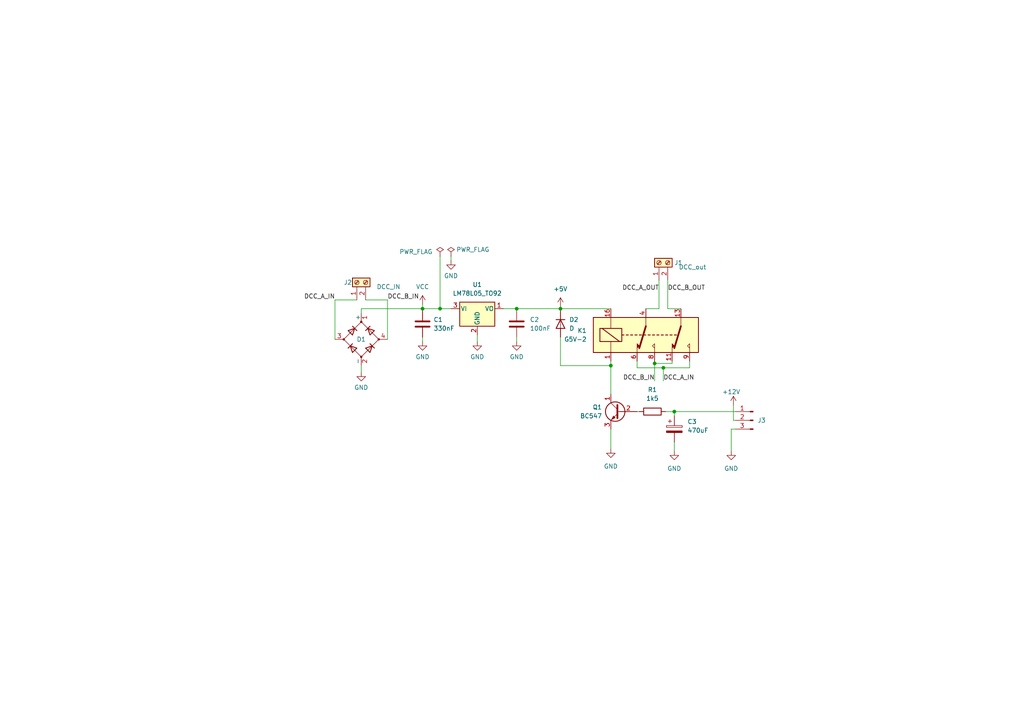
<source format=kicad_sch>
(kicad_sch (version 20211123) (generator eeschema)
  (paper "A4")
  (lib_symbols
    (symbol "Connector:Conn_01x03_Male" (pin_names (offset 1.016) hide)
      (property "Reference" "J" (at 0 5.08 0))
      (property "Value" "Conn_01x03_Male" (at 0 -5.08 0))
      (symbol "Conn_01x03_Male_1_1"
        (polyline (pts (xy 1.27 -2.54) (xy 0.8636 -2.54)) (stroke (width 0.1524)))
        (polyline (pts (xy 1.27 0) (xy 0.8636 0)) (stroke (width 0.1524)))
        (polyline (pts (xy 1.27 2.54) (xy 0.8636 2.54)) (stroke (width 0.1524)))
        (rectangle (start 0.8636 -2.413) (end 0 -2.667) (stroke (width 0.1524)) (fill (type outline)))
        (rectangle (start 0.8636 0.127) (end 0 -0.127) (stroke (width 0.1524)) (fill (type outline)))
        (rectangle (start 0.8636 2.667) (end 0 2.413) (stroke (width 0.1524)) (fill (type outline)))
        (pin passive line (at 5.08 2.54 180) (length 3.81) (name "Pin_1") (number "1"))
        (pin passive line (at 5.08 0 180) (length 3.81) (name "Pin_2") (number "2"))
        (pin passive line (at 5.08 -2.54 180) (length 3.81) (name "Pin_3") (number "3"))
      )
    )
    (symbol "Connector:Screw_Terminal_01x02" (pin_names (offset 1.016) hide)
      (property "Reference" "J" (at 0 2.54 0))
      (property "Value" "Screw_Terminal_01x02" (at 0 -5.08 0))
      (symbol "Screw_Terminal_01x02_1_1"
        (rectangle (start -1.27 1.27) (end 1.27 -3.81) (stroke (width 0.254)) (fill (type background)))
        (circle (center 0 -2.54) (radius 0.635) (stroke (width 0.1524)))
        (polyline (pts (xy -0.5334 -2.2098) (xy 0.3302 -3.048)) (stroke (width 0.1524)))
        (polyline (pts (xy -0.5334 0.3302) (xy 0.3302 -0.508)) (stroke (width 0.1524)))
        (polyline (pts (xy -0.3556 -2.032) (xy 0.508 -2.8702)) (stroke (width 0.1524)))
        (polyline (pts (xy -0.3556 0.508) (xy 0.508 -0.3302)) (stroke (width 0.1524)))
        (circle (center 0 0) (radius 0.635) (stroke (width 0.1524)))
        (pin passive line (at -5.08 0 0) (length 3.81) (name "Pin_1") (number "1"))
        (pin passive line (at -5.08 -2.54 0) (length 3.81) (name "Pin_2") (number "2"))
      )
    )
    (symbol "Device:C" (pin_numbers hide) (pin_names (offset 0.254))
      (property "Reference" "C" (at 0.635 2.54 0))
      (property "Value" "C" (at 0.635 -2.54 0))
      (symbol "C_0_1"
        (polyline (pts (xy -2.032 -0.762) (xy 2.032 -0.762)) (stroke (width 0.508)))
        (polyline (pts (xy -2.032 0.762) (xy 2.032 0.762)) (stroke (width 0.508)))
      )
      (symbol "C_1_1"
        (pin passive line (at 0 3.81 270) (length 2.794) (name "~") (number "1"))
        (pin passive line (at 0 -3.81 90) (length 2.794) (name "~") (number "2"))
      )
    )
    (symbol "Device:C_Polarized" (pin_numbers hide) (pin_names (offset 0.254))
      (property "Reference" "C" (at 0.635 2.54 0))
      (property "Value" "C_Polarized" (at 0.635 -2.54 0))
      (symbol "C_Polarized_0_1"
        (rectangle (start -2.286 0.508) (end 2.286 1.016))
        (polyline (pts (xy -1.778 2.286) (xy -0.762 2.286)))
        (polyline (pts (xy -1.27 2.794) (xy -1.27 1.778)))
        (rectangle (start 2.286 -0.508) (end -2.286 -1.016) (fill (type outline)))
      )
      (symbol "C_Polarized_1_1"
        (pin passive line (at 0 3.81 270) (length 2.794) (name "~") (number "1"))
        (pin passive line (at 0 -3.81 90) (length 2.794) (name "~") (number "2"))
      )
    )
    (symbol "Device:D" (pin_numbers hide) (pin_names (offset 1.016) hide)
      (property "Reference" "D" (at 0 2.54 0))
      (property "Value" "D" (at 0 -2.54 0))
      (symbol "D_0_1"
        (polyline (pts (xy -1.27 1.27) (xy -1.27 -1.27)) (stroke (width 0.254)))
        (polyline (pts (xy 1.27 0) (xy -1.27 0)))
        (polyline (pts (xy 1.27 1.27) (xy 1.27 -1.27) (xy -1.27 0) (xy 1.27 1.27)) (stroke (width 0.254)))
      )
      (symbol "D_1_1"
        (pin passive line (at -3.81 0 0) (length 2.54) (name "K") (number "1"))
        (pin passive line (at 3.81 0 180) (length 2.54) (name "A") (number "2"))
      )
    )
    (symbol "Device:D_Bridge_+-AA" (pin_names (offset 0))
      (property "Reference" "D" (at 2.54 6.985 0))
      (property "Value" "D_Bridge_+-AA" (at 2.54 5.08 0))
      (symbol "D_Bridge_+-AA_0_1"
        (circle (center -5.08 0) (radius 0.254) (fill (type outline)))
        (circle (center 0 -5.08) (radius 0.254) (fill (type outline)))
        (polyline (pts (xy -2.54 3.81) (xy -1.27 2.54)) (stroke (width 0.254)))
        (polyline (pts (xy -1.27 -2.54) (xy -2.54 -3.81)) (stroke (width 0.254)))
        (polyline (pts (xy 2.54 -1.27) (xy 3.81 -2.54)) (stroke (width 0.254)))
        (polyline (pts (xy 2.54 1.27) (xy 3.81 2.54)) (stroke (width 0.254)))
        (polyline (pts (xy -3.81 2.54) (xy -2.54 1.27) (xy -1.905 3.175) (xy -3.81 2.54)) (stroke (width 0.254)))
        (polyline (pts (xy -2.54 -1.27) (xy -3.81 -2.54) (xy -1.905 -3.175) (xy -2.54 -1.27)) (stroke (width 0.254)))
        (polyline (pts (xy 1.27 2.54) (xy 2.54 3.81) (xy 3.175 1.905) (xy 1.27 2.54)) (stroke (width 0.254)))
        (polyline (pts (xy 3.175 -1.905) (xy 1.27 -2.54) (xy 2.54 -3.81) (xy 3.175 -1.905)) (stroke (width 0.254)))
        (polyline (pts (xy -5.08 0) (xy 0 -5.08) (xy 5.08 0) (xy 0 5.08) (xy -5.08 0)))
        (circle (center 0 5.08) (radius 0.254) (fill (type outline)))
        (circle (center 5.08 0) (radius 0.254) (fill (type outline)))
      )
      (symbol "D_Bridge_+-AA_1_1"
        (pin passive line (at 7.62 0 180) (length 2.54) (name "+") (number "1"))
        (pin passive line (at -7.62 0 0) (length 2.54) (name "-") (number "2"))
        (pin passive line (at 0 7.62 270) (length 2.54) (name "~") (number "3"))
        (pin passive line (at 0 -7.62 90) (length 2.54) (name "~") (number "4"))
      )
    )
    (symbol "Device:R" (pin_numbers hide) (pin_names (offset 0))
      (property "Reference" "R" (at 2.032 0 90))
      (property "Value" "R" (at 0 0 90))
      (symbol "R_0_1"
        (rectangle (start -1.016 -2.54) (end 1.016 2.54) (stroke (width 0.254)))
      )
      (symbol "R_1_1"
        (pin passive line (at 0 3.81 270) (length 1.27) (name "~") (number "1"))
        (pin passive line (at 0 -3.81 90) (length 1.27) (name "~") (number "2"))
      )
    )
    (symbol "Regulator_Linear:LM78L05_TO92" (pin_names (offset 0.254))
      (property "Reference" "U" (at -3.81 3.175 0))
      (property "Value" "LM78L05_TO92" (at 0 3.175 0))
      (symbol "LM78L05_TO92_0_1"
        (rectangle (start -5.08 -5.08) (end 5.08 1.905) (stroke (width 0.254)) (fill (type background)))
      )
      (symbol "LM78L05_TO92_1_1"
        (pin power_out line (at 7.62 0 180) (length 2.54) (name "VO") (number "1"))
        (pin power_in line (at 0 -7.62 90) (length 2.54) (name "GND") (number "2"))
        (pin power_in line (at -7.62 0 0) (length 2.54) (name "VI") (number "3"))
      )
    )
    (symbol "Relay:G5V-2"
      (property "Reference" "K" (at 16.51 3.81 0))
      (property "Value" "G5V-2" (at 16.51 1.27 0))
      (symbol "G5V-2_0_1"
        (rectangle (start -15.24 5.08) (end 15.24 -5.08) (stroke (width 0.254)) (fill (type background)))
        (rectangle (start -13.335 1.905) (end -6.985 -1.905) (stroke (width 0.254)))
        (polyline (pts (xy -12.7 -1.905) (xy -7.62 1.905)) (stroke (width 0.254)))
        (polyline (pts (xy -10.16 -5.08) (xy -10.16 -1.905)))
        (polyline (pts (xy -10.16 5.08) (xy -10.16 1.905)))
        (polyline (pts (xy -6.985 0) (xy -6.35 0)) (stroke (width 0.254)))
        (polyline (pts (xy -5.715 0) (xy -5.08 0)) (stroke (width 0.254)))
        (polyline (pts (xy -4.445 0) (xy -3.81 0)) (stroke (width 0.254)))
        (polyline (pts (xy -3.175 0) (xy -2.54 0)) (stroke (width 0.254)))
        (polyline (pts (xy -1.905 0) (xy -1.27 0)) (stroke (width 0.254)))
        (polyline (pts (xy -0.635 0) (xy 0 0)) (stroke (width 0.254)))
        (polyline (pts (xy 0 -2.54) (xy -1.905 3.81)) (stroke (width 0.508)))
        (polyline (pts (xy 0 -2.54) (xy 0 -5.08)))
        (polyline (pts (xy 0.635 0) (xy 1.27 0)) (stroke (width 0.254)))
        (polyline (pts (xy 1.905 0) (xy 2.54 0)) (stroke (width 0.254)))
        (polyline (pts (xy 3.175 0) (xy 3.81 0)) (stroke (width 0.254)))
        (polyline (pts (xy 4.445 0) (xy 5.08 0)) (stroke (width 0.254)))
        (polyline (pts (xy 5.715 0) (xy 6.35 0)) (stroke (width 0.254)))
        (polyline (pts (xy 6.985 0) (xy 7.62 0)) (stroke (width 0.254)))
        (polyline (pts (xy 8.255 0) (xy 8.89 0)) (stroke (width 0.254)))
        (polyline (pts (xy 10.16 -2.54) (xy 8.255 3.81)) (stroke (width 0.508)))
        (polyline (pts (xy 10.16 -2.54) (xy 10.16 -5.08)))
        (polyline (pts (xy -2.54 5.08) (xy -2.54 2.54) (xy -1.905 3.175) (xy -2.54 3.81)) (fill (type outline)))
        (polyline (pts (xy 2.54 5.08) (xy 2.54 2.54) (xy 1.905 3.175) (xy 2.54 3.81)))
        (polyline (pts (xy 7.62 5.08) (xy 7.62 2.54) (xy 8.255 3.175) (xy 7.62 3.81)) (fill (type outline)))
        (polyline (pts (xy 12.7 5.08) (xy 12.7 2.54) (xy 12.065 3.175) (xy 12.7 3.81)))
      )
      (symbol "G5V-2_1_1"
        (pin passive line (at -10.16 7.62 270) (length 2.54) (name "~") (number "1"))
        (pin passive line (at 7.62 7.62 270) (length 2.54) (name "~") (number "11"))
        (pin passive line (at 10.16 -7.62 90) (length 2.54) (name "~") (number "13"))
        (pin passive line (at -10.16 -7.62 90) (length 2.54) (name "~") (number "16"))
        (pin passive line (at 0 -7.62 90) (length 2.54) (name "~") (number "4"))
        (pin passive line (at -2.54 7.62 270) (length 2.54) (name "~") (number "6"))
        (pin passive line (at 2.54 7.62 270) (length 2.54) (name "~") (number "8"))
        (pin passive line (at 12.7 7.62 270) (length 2.54) (name "~") (number "9"))
      )
    )
    (symbol "Transistor_BJT:BC547" (pin_names (offset 0) hide)
      (property "Reference" "Q" (at 5.08 1.905 0))
      (property "Value" "BC547" (at 5.08 0 0))
      (symbol "BC547_0_1"
        (polyline (pts (xy 0 0) (xy 0.635 0)))
        (polyline (pts (xy 0.635 0.635) (xy 2.54 2.54)))
        (polyline (pts (xy 0.635 -0.635) (xy 2.54 -2.54) (xy 2.54 -2.54)))
        (polyline (pts (xy 0.635 1.905) (xy 0.635 -1.905) (xy 0.635 -1.905)) (stroke (width 0.508)))
        (polyline (pts (xy 1.27 -1.778) (xy 1.778 -1.27) (xy 2.286 -2.286) (xy 1.27 -1.778) (xy 1.27 -1.778)) (fill (type outline)))
        (circle (center 1.27 0) (radius 2.8194) (stroke (width 0.254)))
      )
      (symbol "BC547_1_1"
        (pin passive line (at 2.54 5.08 270) (length 2.54) (name "C") (number "1"))
        (pin input line (at -5.08 0 0) (length 5.08) (name "B") (number "2"))
        (pin passive line (at 2.54 -5.08 90) (length 2.54) (name "E") (number "3"))
      )
    )
    (symbol "power:+12V" (power) (pin_names (offset 0))
      (property "Value" "+12V" (at 0 3.556 0))
      (symbol "+12V_0_1"
        (polyline (pts (xy -0.762 1.27) (xy 0 2.54)))
        (polyline (pts (xy 0 0) (xy 0 2.54)))
        (polyline (pts (xy 0 2.54) (xy 0.762 1.27)))
      )
      (symbol "+12V_1_1"
        (pin power_in line (at 0 0 90) (length 0) hide (name "+12V") (number "1"))
      )
    )
    (symbol "power:+5V" (power) (pin_names (offset 0))
      (property "Value" "+5V" (at 0 3.556 0))
      (symbol "+5V_0_1"
        (polyline (pts (xy -0.762 1.27) (xy 0 2.54)))
        (polyline (pts (xy 0 0) (xy 0 2.54)))
        (polyline (pts (xy 0 2.54) (xy 0.762 1.27)))
      )
      (symbol "+5V_1_1"
        (pin power_in line (at 0 0 90) (length 0) hide (name "+5V") (number "1"))
      )
    )
    (symbol "power:GND" (power) (pin_names (offset 0))
      (property "Value" "GND" (at 0 -3.81 0))
      (symbol "GND_0_1"
        (polyline (pts (xy 0 0) (xy 0 -1.27) (xy 1.27 -1.27) (xy 0 -2.54) (xy -1.27 -1.27) (xy 0 -1.27)))
      )
      (symbol "GND_1_1"
        (pin power_in line (at 0 0 270) (length 0) hide (name "GND") (number "1"))
      )
    )
    (symbol "power:PWR_FLAG" (power) (pin_numbers hide) (pin_names (offset 0) hide)
      (property "Value" "PWR_FLAG" (at 0 3.81 0))
      (symbol "PWR_FLAG_0_0"
        (pin power_out line (at 0 0 90) (length 0) (name "pwr") (number "1"))
      )
      (symbol "PWR_FLAG_0_1"
        (polyline (pts (xy 0 0) (xy 0 1.27) (xy -1.016 1.905) (xy 0 2.54) (xy 1.016 1.905) (xy 0 1.27)))
      )
    )
    (symbol "power:VCC" (power) (pin_names (offset 0))
      (property "Value" "VCC" (at 0 3.81 0))
      (symbol "VCC_0_1"
        (polyline (pts (xy -0.762 1.27) (xy 0 2.54)))
        (polyline (pts (xy 0 0) (xy 0 2.54)))
        (polyline (pts (xy 0 2.54) (xy 0.762 1.27)))
      )
      (symbol "VCC_1_1"
        (pin power_in line (at 0 0 90) (length 0) hide (name "VCC") (number "1"))
      )
    )
  )
  (junction (at 122.555 89.535))
  (junction (at 127.635 89.535))
  (junction (at 162.56 89.535))
  (junction (at 177.165 106.045))
  (junction (at 192.405 106.68))
  (junction (at 149.86 89.535))
  (junction (at 189.865 105.41))
  (junction (at 195.58 119.38))
  (wire (pts (xy 112.395 86.995) (xy 112.395 98.425)))
  (wire (pts (xy 162.56 89.535) (xy 177.165 89.535)))
  (wire (pts (xy 162.56 90.17) (xy 162.56 89.535)))
  (wire (pts (xy 122.555 88.265) (xy 122.555 89.535)))
  (wire (pts (xy 177.165 124.46) (xy 177.165 130.175)))
  (wire (pts (xy 106.045 86.995) (xy 112.395 86.995)))
  (wire (pts (xy 189.865 105.41) (xy 194.945 105.41)))
  (wire (pts (xy 195.58 119.38) (xy 213.36 119.38)))
  (wire (pts (xy 177.165 104.775) (xy 177.165 106.045)))
  (wire (pts (xy 212.09 124.46) (xy 213.36 124.46)))
  (wire (pts (xy 189.865 105.41) (xy 189.865 110.49)))
  (wire (pts (xy 194.945 104.775) (xy 194.945 105.41)))
  (wire (pts (xy 184.785 106.68) (xy 184.785 104.775)))
  (wire (pts (xy 177.165 106.045) (xy 177.165 114.3)))
  (wire (pts (xy 187.325 89.535) (xy 191.135 89.535)))
  (wire (pts (xy 189.865 104.775) (xy 189.865 105.41)))
  (wire (pts (xy 162.56 106.045) (xy 177.165 106.045)))
  (wire (pts (xy 200.025 104.775) (xy 200.025 106.68)))
  (wire (pts (xy 192.405 106.68) (xy 192.405 110.49)))
  (wire (pts (xy 130.81 74.295) (xy 130.81 75.565)))
  (wire (pts (xy 212.725 121.92) (xy 213.36 121.92)))
  (wire (pts (xy 122.555 90.17) (xy 122.555 89.535)))
  (wire (pts (xy 162.56 97.79) (xy 162.56 106.045)))
  (wire (pts (xy 138.43 97.155) (xy 138.43 99.06)))
  (wire (pts (xy 127.635 74.295) (xy 127.635 89.535)))
  (wire (pts (xy 104.775 106.045) (xy 104.775 107.95)))
  (wire (pts (xy 193.04 119.38) (xy 195.58 119.38)))
  (wire (pts (xy 149.86 97.79) (xy 149.86 99.06)))
  (wire (pts (xy 103.505 86.995) (xy 97.155 86.995)))
  (wire (pts (xy 192.405 106.68) (xy 184.785 106.68)))
  (wire (pts (xy 195.58 128.27) (xy 195.58 130.81)))
  (wire (pts (xy 149.86 89.535) (xy 162.56 89.535)))
  (wire (pts (xy 193.675 89.535) (xy 197.485 89.535)))
  (wire (pts (xy 97.155 86.995) (xy 97.155 98.425)))
  (wire (pts (xy 146.05 89.535) (xy 149.86 89.535)))
  (wire (pts (xy 191.135 81.28) (xy 191.135 89.535)))
  (wire (pts (xy 104.775 89.535) (xy 104.775 90.805)))
  (wire (pts (xy 122.555 89.535) (xy 127.635 89.535)))
  (wire (pts (xy 162.56 88.9) (xy 162.56 89.535)))
  (wire (pts (xy 195.58 119.38) (xy 195.58 120.65)))
  (wire (pts (xy 212.09 124.46) (xy 212.09 130.81)))
  (wire (pts (xy 193.675 81.28) (xy 193.675 89.535)))
  (wire (pts (xy 200.025 106.68) (xy 192.405 106.68)))
  (wire (pts (xy 184.785 119.38) (xy 185.42 119.38)))
  (wire (pts (xy 122.555 97.79) (xy 122.555 99.06)))
  (wire (pts (xy 127.635 89.535) (xy 130.81 89.535)))
  (wire (pts (xy 212.725 117.475) (xy 212.725 121.92)))
  (wire (pts (xy 104.775 89.535) (xy 122.555 89.535)))
  (wire (pts (xy 149.86 90.17) (xy 149.86 89.535)))
  (label "DCC_B_IN" (at 189.865 110.49 180))
  (label "DCC_B_OUT" (at 193.675 84.455 0))
  (label "DCC_A_IN" (at 192.405 110.49 0))
  (label "DCC_A_IN" (at 97.155 86.995 180))
  (label "DCC_B_IN" (at 112.395 86.995 0))
  (label "DCC_A_OUT" (at 191.135 84.455 180))
  (symbol (lib_id "power:GND") (at 122.555 99.06 0) (unit 1)
    (property "Reference" "#PWR0109" (effects hide))
    (property "Value" "GND" (at 122.555 103.505 0))
  )
  (symbol (lib_id "power:PWR_FLAG") (at 127.635 74.295 0) (unit 1)
    (property "Reference" "#FLG0101" (effects hide))
    (property "Value" "PWR_FLAG" (at 120.65 73.025 0))
  )
  (symbol (lib_id "power:GND") (at 177.165 130.175 0) (unit 1)
    (property "Reference" "#PWR0101" (effects hide))
    (property "Value" "GND" (at 177.165 135.255 0))
  )
  (symbol (lib_id "power:+12V") (at 212.725 117.475 0) (unit 1)
    (property "Reference" "#PWR0103" (effects hide))
    (property "Value" "+12V" (at 212.09 113.665 0))
  )
  (symbol (lib_id "Device:C") (at 122.555 93.98 0) (unit 1)
    (property "Reference" "C1" (at 125.73 92.7099 0) (effects (justify left)))
    (property "Value" "330nF" (at 125.73 95.2499 0) (effects (justify left)))
    (property "Footprint" "Capacitor_THT:C_Disc_D3.0mm_W2.0mm_P2.50mm" (effects hide))
  )
  (symbol (lib_id "power:GND") (at 138.43 99.06 0) (unit 1)
    (property "Reference" "#PWR0107" (effects hide))
    (property "Value" "GND" (at 138.43 103.505 0))
  )
  (symbol (lib_id "power:GND") (at 149.86 99.06 0) (unit 1)
    (property "Reference" "#PWR0106" (effects hide))
    (property "Value" "GND" (at 149.86 103.505 0))
  )
  (symbol (lib_id "Relay:G5V-2") (at 187.325 97.155 0) (mirror x) (unit 1)
    (property "Reference" "K1" (at 170.18 95.8849 0) (effects (justify right)))
    (property "Value" "G5V-2" (at 170.18 98.4249 0) (effects (justify right)))
    (property "Footprint" "Relay_THT:Relay_DPDT_Omron_G5V-2" (effects hide))
    (property "Datasheet" "http://omronfs.omron.com/en_US/ecb/products/pdf/en-g5v_2.pdf" (effects hide))
  )
  (symbol (lib_id "Device:C") (at 149.86 93.98 0) (unit 1)
    (property "Reference" "C2" (at 153.67 92.7099 0) (effects (justify left)))
    (property "Value" "100nF" (at 153.67 95.2499 0) (effects (justify left)))
    (property "Footprint" "Capacitor_THT:C_Disc_D3.0mm_W2.0mm_P2.50mm" (effects hide))
  )
  (symbol (lib_id "power:PWR_FLAG") (at 130.81 74.295 0) (unit 1)
    (property "Reference" "#FLG0102" (effects hide))
    (property "Value" "PWR_FLAG" (at 137.16 72.39 0))
  )
  (symbol (lib_id "Device:D") (at 162.56 93.98 270) (unit 1)
    (property "Reference" "D2" (at 165.1 92.7099 90) (effects (justify left)))
    (property "Value" "D" (at 165.1 95.2499 90) (effects (justify left)))
    (property "Footprint" "Diode_THT:D_DO-34_SOD68_P7.62mm_Horizontal" (effects hide))
  )
  (symbol (lib_id "Connector:Conn_01x03_Male") (at 218.44 121.92 0) (mirror y) (unit 1)
    (property "Reference" "J3" (at 219.71 121.9199 0) (effects (justify right)))
    (property "Value" "Conn_01x03_Male" (effects hide))
    (property "Footprint" "Connector_PinHeader_2.54mm:PinHeader_1x03_P2.54mm_Horizontal" (effects hide))
  )
  (symbol (lib_id "Device:C_Polarized") (at 195.58 124.46 0) (unit 1)
    (property "Reference" "C3" (at 199.39 122.3009 0) (effects (justify left)))
    (property "Value" "470uF" (at 199.39 124.8409 0) (effects (justify left)))
    (property "Footprint" "Capacitor_THT:CP_Radial_D8.0mm_P3.50mm" (effects hide))
  )
  (symbol (lib_id "power:GND") (at 212.09 130.81 0) (unit 1)
    (property "Reference" "#PWR0102" (effects hide))
    (property "Value" "GND" (at 212.09 135.89 0))
  )
  (symbol (lib_id "Connector:Screw_Terminal_01x02") (at 191.135 76.2 90) (unit 1)
    (property "Reference" "J1" (at 195.58 76.2 90) (effects (justify right)))
    (property "Value" "DCC_out" (at 196.85 77.4699 90) (effects (justify right)))
    (property "Footprint" "TerminalBlock_Phoenix:TerminalBlock_Phoenix_MKDS-1,5-2-5.08_1x02_P5.08mm_Horizontal" (effects hide))
  )
  (symbol (lib_id "power:+5V") (at 162.56 88.9 0) (unit 1)
    (property "Reference" "#PWR0104" (effects hide))
    (property "Value" "+5V" (at 162.56 83.82 0))
  )
  (symbol (lib_id "Device:D_Bridge_+-AA") (at 104.775 98.425 90) (unit 1)
    (property "Reference" "D1" (at 104.775 98.425 90))
    (property "Value" "D_Bridge_+-AA" (effects hide))
    (property "Footprint" "Diode_THT:Diode_Bridge_DIP-4_W7.62mm_P5.08mm" (effects hide))
  )
  (symbol (lib_id "power:VCC") (at 122.555 88.265 0) (unit 1)
    (property "Reference" "#PWR0108" (effects hide))
    (property "Value" "VCC" (at 122.555 83.185 0))
  )
  (symbol (lib_id "power:GND") (at 104.775 107.95 0) (unit 1)
    (property "Reference" "#PWR0105" (effects hide))
    (property "Value" "GND" (at 104.775 112.395 0))
  )
  (symbol (lib_id "Device:R") (at 189.23 119.38 90) (unit 1)
    (property "Reference" "R1" (at 189.23 113.03 90))
    (property "Value" "1k5" (at 189.23 115.57 90))
    (property "Footprint" "Resistor_THT:R_Axial_DIN0207_L6.3mm_D2.5mm_P7.62mm_Horizontal" (effects hide))
  )
  (symbol (lib_id "Regulator_Linear:LM78L05_TO92") (at 138.43 89.535 0) (unit 1)
    (property "Reference" "U1" (at 138.43 82.55 0))
    (property "Value" "LM78L05_TO92" (at 138.43 85.09 0))
    (property "Footprint" "Package_TO_SOT_THT:TO-92_Inline_Wide" (effects hide))
    (property "Datasheet" "https://www.onsemi.com/pub/Collateral/MC78L06A-D.pdf" (effects hide))
  )
  (symbol (lib_id "power:GND") (at 130.81 75.565 0) (unit 1)
    (property "Reference" "#PWR0110" (effects hide))
    (property "Value" "GND" (at 130.81 80.01 0))
  )
  (symbol (lib_id "Transistor_BJT:BC547") (at 179.705 119.38 0) (mirror y) (unit 1)
    (property "Reference" "Q1" (at 174.625 118.1099 0) (effects (justify left)))
    (property "Value" "BC547" (at 174.625 120.6499 0) (effects (justify left)))
    (property "Footprint" "Package_TO_SOT_THT:TO-92_Inline_Wide" (effects hide))
    (property "Datasheet" "https://www.onsemi.com/pub/Collateral/BC550-D.pdf" (effects hide))
  )
  (symbol (lib_id "power:GND") (at 195.58 130.81 0) (unit 1)
    (property "Reference" "#PWR0111" (effects hide))
    (property "Value" "GND" (at 195.58 135.89 0))
  )
  (symbol (lib_id "Connector:Screw_Terminal_01x02") (at 103.505 81.915 90) (unit 1)
    (property "Reference" "J2" (at 99.695 81.915 90) (effects (justify right)))
    (property "Value" "DCC_IN" (at 109.22 83.1849 90) (effects (justify right)))
    (property "Footprint" "TerminalBlock_Phoenix:TerminalBlock_Phoenix_MKDS-1,5-2-5.08_1x02_P5.08mm_Horizontal" (effects hide))
  )
)
</source>
